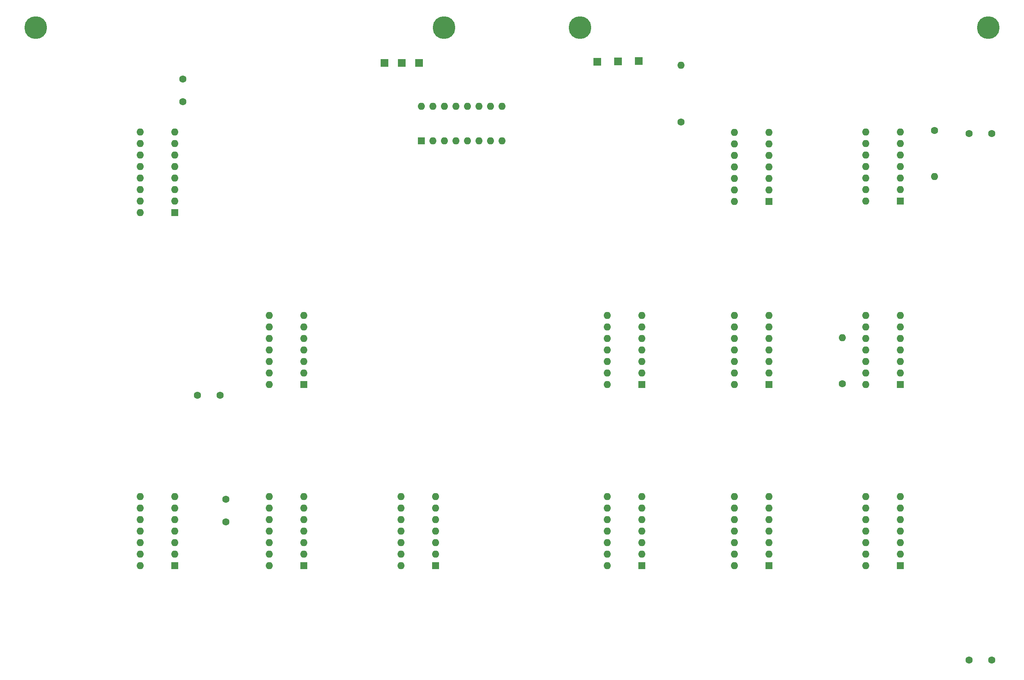
<source format=gbr>
%TF.GenerationSoftware,KiCad,Pcbnew,(6.0.4-0)*%
%TF.CreationDate,2022-10-26T21:30:12+11:00*%
%TF.ProjectId,program counter and adder logic,70726f67-7261-46d2-9063-6f756e746572,rev?*%
%TF.SameCoordinates,Original*%
%TF.FileFunction,Soldermask,Top*%
%TF.FilePolarity,Negative*%
%FSLAX46Y46*%
G04 Gerber Fmt 4.6, Leading zero omitted, Abs format (unit mm)*
G04 Created by KiCad (PCBNEW (6.0.4-0)) date 2022-10-26 21:30:12*
%MOMM*%
%LPD*%
G01*
G04 APERTURE LIST*
%ADD10R,1.600000X1.600000*%
%ADD11O,1.600000X1.600000*%
%ADD12R,1.700000X1.700000*%
%ADD13C,1.600000*%
%ADD14C,5.000000*%
G04 APERTURE END LIST*
D10*
%TO.C,U5*%
X99120000Y-101740000D03*
D11*
X99120000Y-99200000D03*
X99120000Y-96660000D03*
X99120000Y-94120000D03*
X99120000Y-91580000D03*
X99120000Y-89040000D03*
X99120000Y-86500000D03*
X91500000Y-86500000D03*
X91500000Y-89040000D03*
X91500000Y-91580000D03*
X91500000Y-94120000D03*
X91500000Y-96660000D03*
X91500000Y-99200000D03*
X91500000Y-101740000D03*
%TD*%
D10*
%TO.C,U6*%
X173620000Y-101740000D03*
D11*
X173620000Y-99200000D03*
X173620000Y-96660000D03*
X173620000Y-94120000D03*
X173620000Y-91580000D03*
X173620000Y-89040000D03*
X173620000Y-86500000D03*
X166000000Y-86500000D03*
X166000000Y-89040000D03*
X166000000Y-91580000D03*
X166000000Y-94120000D03*
X166000000Y-96660000D03*
X166000000Y-99200000D03*
X166000000Y-101740000D03*
%TD*%
D10*
%TO.C,U9*%
X70620000Y-141740000D03*
D11*
X70620000Y-139200000D03*
X70620000Y-136660000D03*
X70620000Y-134120000D03*
X70620000Y-131580000D03*
X70620000Y-129040000D03*
X70620000Y-126500000D03*
X63000000Y-126500000D03*
X63000000Y-129040000D03*
X63000000Y-131580000D03*
X63000000Y-134120000D03*
X63000000Y-136660000D03*
X63000000Y-139200000D03*
X63000000Y-141740000D03*
%TD*%
D10*
%TO.C,U10*%
X99120000Y-141740000D03*
D11*
X99120000Y-139200000D03*
X99120000Y-136660000D03*
X99120000Y-134120000D03*
X99120000Y-131580000D03*
X99120000Y-129040000D03*
X99120000Y-126500000D03*
X91500000Y-126500000D03*
X91500000Y-129040000D03*
X91500000Y-131580000D03*
X91500000Y-134120000D03*
X91500000Y-136660000D03*
X91500000Y-139200000D03*
X91500000Y-141740000D03*
%TD*%
D10*
%TO.C,U11*%
X128120000Y-141740000D03*
D11*
X128120000Y-139200000D03*
X128120000Y-136660000D03*
X128120000Y-134120000D03*
X128120000Y-131580000D03*
X128120000Y-129040000D03*
X128120000Y-126500000D03*
X120500000Y-126500000D03*
X120500000Y-129040000D03*
X120500000Y-131580000D03*
X120500000Y-134120000D03*
X120500000Y-136660000D03*
X120500000Y-139200000D03*
X120500000Y-141740000D03*
%TD*%
D10*
%TO.C,U12*%
X173620000Y-141740000D03*
D11*
X173620000Y-139200000D03*
X173620000Y-136660000D03*
X173620000Y-134120000D03*
X173620000Y-131580000D03*
X173620000Y-129040000D03*
X173620000Y-126500000D03*
X166000000Y-126500000D03*
X166000000Y-129040000D03*
X166000000Y-131580000D03*
X166000000Y-134120000D03*
X166000000Y-136660000D03*
X166000000Y-139200000D03*
X166000000Y-141740000D03*
%TD*%
D10*
%TO.C,U13*%
X201620000Y-141740000D03*
D11*
X201620000Y-139200000D03*
X201620000Y-136660000D03*
X201620000Y-134120000D03*
X201620000Y-131580000D03*
X201620000Y-129040000D03*
X201620000Y-126500000D03*
X194000000Y-126500000D03*
X194000000Y-129040000D03*
X194000000Y-131580000D03*
X194000000Y-134120000D03*
X194000000Y-136660000D03*
X194000000Y-139200000D03*
X194000000Y-141740000D03*
%TD*%
D10*
%TO.C,U14*%
X230620000Y-141740000D03*
D11*
X230620000Y-139200000D03*
X230620000Y-136660000D03*
X230620000Y-134120000D03*
X230620000Y-131580000D03*
X230620000Y-129040000D03*
X230620000Y-126500000D03*
X223000000Y-126500000D03*
X223000000Y-129040000D03*
X223000000Y-131580000D03*
X223000000Y-134120000D03*
X223000000Y-136660000D03*
X223000000Y-139200000D03*
X223000000Y-141740000D03*
%TD*%
D12*
%TO.C,J2*%
X116915000Y-30775000D03*
%TD*%
%TO.C,J3*%
X120725000Y-30775000D03*
%TD*%
%TO.C,J4*%
X124535000Y-30775000D03*
%TD*%
%TO.C,J6*%
X172922000Y-30394000D03*
%TD*%
%TO.C,J7*%
X168350000Y-30480000D03*
%TD*%
%TO.C,J8*%
X163778000Y-30500000D03*
%TD*%
D10*
%TO.C,U1*%
X70620000Y-63780000D03*
D11*
X70620000Y-61240000D03*
X70620000Y-58700000D03*
X70620000Y-56160000D03*
X70620000Y-53620000D03*
X70620000Y-51080000D03*
X70620000Y-48540000D03*
X70620000Y-46000000D03*
X63000000Y-46000000D03*
X63000000Y-48540000D03*
X63000000Y-51080000D03*
X63000000Y-53620000D03*
X63000000Y-56160000D03*
X63000000Y-58700000D03*
X63000000Y-61240000D03*
X63000000Y-63780000D03*
%TD*%
D10*
%TO.C,U2*%
X125000000Y-48000000D03*
D11*
X127540000Y-48000000D03*
X130080000Y-48000000D03*
X132620000Y-48000000D03*
X135160000Y-48000000D03*
X137700000Y-48000000D03*
X140240000Y-48000000D03*
X142780000Y-48000000D03*
X142780000Y-40380000D03*
X140240000Y-40380000D03*
X137700000Y-40380000D03*
X135160000Y-40380000D03*
X132620000Y-40380000D03*
X130080000Y-40380000D03*
X127540000Y-40380000D03*
X125000000Y-40380000D03*
%TD*%
D10*
%TO.C,U7*%
X201620000Y-101740000D03*
D11*
X201620000Y-99200000D03*
X201620000Y-96660000D03*
X201620000Y-94120000D03*
X201620000Y-91580000D03*
X201620000Y-89040000D03*
X201620000Y-86500000D03*
X194000000Y-86500000D03*
X194000000Y-89040000D03*
X194000000Y-91580000D03*
X194000000Y-94120000D03*
X194000000Y-96660000D03*
X194000000Y-99200000D03*
X194000000Y-101740000D03*
%TD*%
D13*
%TO.C,R1*%
X238125000Y-45720000D03*
D11*
X238125000Y-55880000D03*
%TD*%
D13*
%TO.C,R2*%
X217805000Y-101600000D03*
D11*
X217805000Y-91440000D03*
%TD*%
D10*
%TO.C,U4*%
X230620000Y-61240000D03*
D11*
X230620000Y-58700000D03*
X230620000Y-56160000D03*
X230620000Y-53620000D03*
X230620000Y-51080000D03*
X230620000Y-48540000D03*
X230620000Y-46000000D03*
X223000000Y-46000000D03*
X223000000Y-48540000D03*
X223000000Y-51080000D03*
X223000000Y-53620000D03*
X223000000Y-56160000D03*
X223000000Y-58700000D03*
X223000000Y-61240000D03*
%TD*%
D10*
%TO.C,U8*%
X230620000Y-101740000D03*
D11*
X230620000Y-99200000D03*
X230620000Y-96660000D03*
X230620000Y-94120000D03*
X230620000Y-91580000D03*
X230620000Y-89040000D03*
X230620000Y-86500000D03*
X223000000Y-86500000D03*
X223000000Y-89040000D03*
X223000000Y-91580000D03*
X223000000Y-94120000D03*
X223000000Y-96660000D03*
X223000000Y-99200000D03*
X223000000Y-101740000D03*
%TD*%
D13*
%TO.C,C1*%
X245745000Y-46355000D03*
X250745000Y-46355000D03*
%TD*%
%TO.C,C2*%
X245745000Y-162560000D03*
X250745000Y-162560000D03*
%TD*%
%TO.C,C3*%
X80645000Y-104140000D03*
X75645000Y-104140000D03*
%TD*%
%TO.C,C4*%
X182245000Y-43815000D03*
D11*
X182245000Y-31315000D03*
%TD*%
D13*
%TO.C,C5*%
X72390000Y-39370000D03*
X72390000Y-34370000D03*
%TD*%
D10*
%TO.C,U3*%
X201620000Y-61340000D03*
D11*
X201620000Y-58800000D03*
X201620000Y-56260000D03*
X201620000Y-53720000D03*
X201620000Y-51180000D03*
X201620000Y-48640000D03*
X201620000Y-46100000D03*
X194000000Y-46100000D03*
X194000000Y-48640000D03*
X194000000Y-51180000D03*
X194000000Y-53720000D03*
X194000000Y-56260000D03*
X194000000Y-58800000D03*
X194000000Y-61340000D03*
%TD*%
D13*
%TO.C,C6*%
X81915000Y-132080000D03*
X81915000Y-127080000D03*
%TD*%
D14*
%TO.C,H1*%
X40000000Y-23000000D03*
X130000000Y-23000000D03*
%TD*%
%TO.C,H2*%
X160000000Y-23000000D03*
X250000000Y-23000000D03*
%TD*%
M02*

</source>
